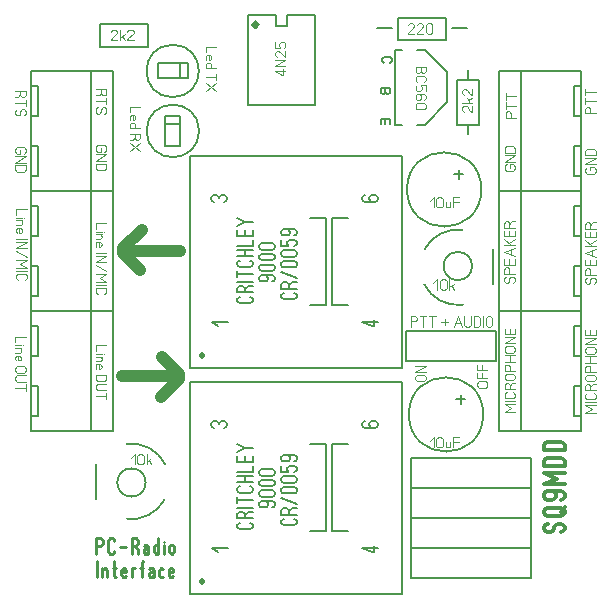
<source format=gbr>
%FSLAX34Y34*%
%MOMM*%
%LNCOPPER_BOTTOM*%
G71*
G01*
%ADD10C, 0.20*%
%ADD11C, 0.40*%
%ADD12C, 0.15*%
%ADD13C, 0.14*%
%ADD14C, 0.11*%
%ADD15C, 0.11*%
%ADD16C, 0.50*%
%ADD17C, 0.17*%
%ADD18C, 0.24*%
%ADD19C, 0.32*%
%ADD20C, 1.00*%
%LPD*%
G54D10*
X18036Y-163342D02*
X68836Y-163342D01*
X87886Y-163342D01*
X87886Y-61742D01*
X18036Y-61742D01*
X18036Y-74442D01*
X24386Y-74442D01*
X24386Y-99842D01*
X18036Y-99842D01*
X18036Y-125242D01*
X24386Y-125242D01*
X24386Y-150642D01*
X18036Y-150642D01*
X18036Y-163342D01*
X68836Y-163342D01*
X68836Y-61742D01*
X68836Y-163342D01*
X18036Y-163342D01*
X18036Y-61742D01*
G54D10*
X18036Y-264942D02*
X68836Y-264942D01*
X87886Y-264942D01*
X87886Y-163342D01*
X18036Y-163342D01*
X18036Y-176042D01*
X24386Y-176042D01*
X24386Y-201442D01*
X18036Y-201442D01*
X18036Y-226842D01*
X24386Y-226842D01*
X24386Y-252242D01*
X18036Y-252242D01*
X18036Y-264942D01*
X68836Y-264942D01*
X68836Y-163342D01*
X68836Y-264942D01*
X18036Y-264942D01*
X18036Y-163342D01*
G54D10*
X483988Y-61654D02*
X433188Y-61654D01*
X414138Y-61654D01*
X414138Y-163254D01*
X483988Y-163254D01*
X483987Y-150554D01*
X477638Y-150554D01*
X477638Y-125154D01*
X483987Y-125154D01*
X483988Y-99754D01*
X477638Y-99754D01*
X477638Y-74354D01*
X483988Y-74354D01*
X483988Y-61654D01*
X433188Y-61654D01*
X433188Y-163254D01*
X433188Y-61654D01*
X483988Y-61654D01*
X483988Y-163254D01*
G54D10*
X18036Y-366542D02*
X68836Y-366542D01*
X87886Y-366542D01*
X87886Y-264942D01*
X18036Y-264942D01*
X18036Y-277642D01*
X24386Y-277642D01*
X24386Y-303042D01*
X18036Y-303042D01*
X18036Y-328442D01*
X24386Y-328442D01*
X24386Y-353842D01*
X18036Y-353842D01*
X18036Y-366542D01*
X68836Y-366542D01*
X68836Y-264942D01*
X68836Y-366542D01*
X18036Y-366542D01*
X18036Y-264942D01*
G54D10*
X483988Y-163254D02*
X433188Y-163254D01*
X414138Y-163254D01*
X414138Y-264854D01*
X483988Y-264854D01*
X483987Y-252154D01*
X477638Y-252154D01*
X477638Y-226754D01*
X483988Y-226754D01*
X483988Y-201354D01*
X477638Y-201354D01*
X477638Y-175954D01*
X483988Y-175954D01*
X483988Y-163254D01*
X433188Y-163254D01*
X433188Y-264854D01*
X433188Y-163254D01*
X483988Y-163254D01*
X483988Y-264854D01*
G54D10*
X483988Y-264854D02*
X433188Y-264854D01*
X414137Y-264854D01*
X414138Y-366454D01*
X483988Y-366454D01*
X483988Y-353754D01*
X477637Y-353754D01*
X477638Y-328354D01*
X483988Y-328354D01*
X483988Y-302954D01*
X477638Y-302954D01*
X477638Y-277554D01*
X483988Y-277554D01*
X483988Y-264854D01*
X433188Y-264854D01*
X433188Y-366454D01*
X433188Y-264854D01*
X483988Y-264854D01*
X483988Y-366454D01*
G54D11*
G75*
G01X208267Y-24125D02*
G03X208267Y-24125I0J1600D01*
G01*
G54D12*
X258749Y-14450D02*
X234849Y-14450D01*
X234849Y-23950D01*
X225449Y-23950D01*
X225449Y-14450D01*
X201549Y-14449D01*
X201549Y-90650D01*
X258749Y-90650D01*
X258749Y-14450D01*
G54D12*
X150758Y-55142D02*
X150758Y-67942D01*
X125358Y-67942D01*
X125358Y-55142D01*
X150758Y-55142D01*
G54D12*
X144358Y-67942D02*
X144358Y-55142D01*
G54D10*
G75*
G01X138142Y-39408D02*
G03X138142Y-39408I0J-22200D01*
G01*
G54D12*
X131796Y-99763D02*
X144596Y-99762D01*
X144596Y-125162D01*
X131796Y-125162D01*
X131796Y-99763D01*
G54D12*
X144596Y-106162D02*
X131796Y-106162D01*
G54D10*
G75*
G01X116062Y-112379D02*
G03X116062Y-112379I22200J0D01*
G01*
G54D10*
X345225Y-107196D02*
X351575Y-107196D01*
X370625Y-88146D01*
X370625Y-62746D01*
X351575Y-43696D01*
X345225Y-43696D01*
G54D10*
X332525Y-43696D02*
X326175Y-43696D01*
X326175Y-107196D01*
X332525Y-107196D01*
G54D13*
X314325Y-76396D02*
X322325Y-76396D01*
X322325Y-79396D01*
X321825Y-80596D01*
X320825Y-81196D01*
X319825Y-81196D01*
X318825Y-80596D01*
X318325Y-79396D01*
X317825Y-80596D01*
X316825Y-81196D01*
X315825Y-81196D01*
X314825Y-80596D01*
X314325Y-79396D01*
X314325Y-76396D01*
G54D13*
X318325Y-76396D02*
X318325Y-79396D01*
G54D13*
X314325Y-106796D02*
X314325Y-102596D01*
X322325Y-102596D01*
X322325Y-106796D01*
G54D13*
X318325Y-102596D02*
X318325Y-106796D01*
G54D13*
X317025Y-54796D02*
X316025Y-54196D01*
X315525Y-52996D01*
X315525Y-51796D01*
X316025Y-50596D01*
X317025Y-49996D01*
X322025Y-49996D01*
X323025Y-50596D01*
X323525Y-51796D01*
X323525Y-52996D01*
X323025Y-54196D01*
X322025Y-54796D01*
G54D14*
X343752Y-57968D02*
X352641Y-57968D01*
X352641Y-61301D01*
X352085Y-62634D01*
X350974Y-63301D01*
X349863Y-63301D01*
X348752Y-62634D01*
X348196Y-61301D01*
X347641Y-62634D01*
X346530Y-63301D01*
X345419Y-63301D01*
X344308Y-62634D01*
X343752Y-61301D01*
X343752Y-57968D01*
G54D14*
X348196Y-57968D02*
X348196Y-61301D01*
G54D14*
X345419Y-71001D02*
X344308Y-70334D01*
X343752Y-69001D01*
X343752Y-67668D01*
X344308Y-66334D01*
X345419Y-65668D01*
X350974Y-65668D01*
X352085Y-66334D01*
X352641Y-67668D01*
X352641Y-69001D01*
X352085Y-70334D01*
X350974Y-71001D01*
G54D14*
X352641Y-78701D02*
X352641Y-73368D01*
X348752Y-73368D01*
X348752Y-74034D01*
X349308Y-75368D01*
X349308Y-76701D01*
X348752Y-78034D01*
X347641Y-78701D01*
X345419Y-78701D01*
X344308Y-78034D01*
X343752Y-76701D01*
X343752Y-75368D01*
X344308Y-74034D01*
X345419Y-73368D01*
G54D14*
X350974Y-86401D02*
X352085Y-85734D01*
X352641Y-84401D01*
X352641Y-83068D01*
X352085Y-81734D01*
X350974Y-81068D01*
X348196Y-81068D01*
X347641Y-81068D01*
X348752Y-83068D01*
X348752Y-84401D01*
X348196Y-85734D01*
X347085Y-86401D01*
X345419Y-86401D01*
X344308Y-85734D01*
X343752Y-84401D01*
X343752Y-83068D01*
X344308Y-81734D01*
X345419Y-81068D01*
X348196Y-81068D01*
G54D14*
X350974Y-94101D02*
X345419Y-94101D01*
X344308Y-93434D01*
X343752Y-92101D01*
X343752Y-90768D01*
X344308Y-89434D01*
X345419Y-88768D01*
X350974Y-88768D01*
X352085Y-89434D01*
X352641Y-90768D01*
X352641Y-92101D01*
X352085Y-93434D01*
X350974Y-94101D01*
G54D14*
X81976Y-293962D02*
X73088Y-293962D01*
X73088Y-298629D01*
G54D14*
X73088Y-301062D02*
X78087Y-301062D01*
G54D14*
X79754Y-301062D02*
X79754Y-301062D01*
G54D14*
X73088Y-303462D02*
X78088Y-303462D01*
G54D14*
X76976Y-303462D02*
X77754Y-304129D01*
X78087Y-305463D01*
X77754Y-306796D01*
X76976Y-307463D01*
X73087Y-307462D01*
G54D14*
X73643Y-313862D02*
X73088Y-312796D01*
X73088Y-311463D01*
X73643Y-310129D01*
X74754Y-309862D01*
X76643Y-309862D01*
X77754Y-310529D01*
X78088Y-311862D01*
X77754Y-313196D01*
X76976Y-313862D01*
X75865Y-313862D01*
X75865Y-309862D01*
G54D14*
X80310Y-324096D02*
X74754Y-324096D01*
X73643Y-323429D01*
X73088Y-322096D01*
X73088Y-320762D01*
X73643Y-319429D01*
X74754Y-318762D01*
X80310Y-318762D01*
X81421Y-319429D01*
X81976Y-320762D01*
X81976Y-322096D01*
X81421Y-323429D01*
X80310Y-324096D01*
G54D14*
X81976Y-326462D02*
X74754Y-326462D01*
X73643Y-327129D01*
X73087Y-328462D01*
X73088Y-329796D01*
X73643Y-331129D01*
X74754Y-331796D01*
X81976Y-331796D01*
G54D14*
X73088Y-336829D02*
X81976Y-336829D01*
G54D14*
X81976Y-334162D02*
X81976Y-339496D01*
G54D15*
X81976Y-190488D02*
X73087Y-190488D01*
X73087Y-195154D01*
G54D15*
X73087Y-197598D02*
X78087Y-197598D01*
G54D15*
X79754Y-197598D02*
X79754Y-197598D01*
G54D15*
X73087Y-200042D02*
X78087Y-200042D01*
G54D15*
X76976Y-200042D02*
X77754Y-200709D01*
X78087Y-202042D01*
X77754Y-203376D01*
X76976Y-204042D01*
X73087Y-204042D01*
G54D15*
X73643Y-210486D02*
X73087Y-209420D01*
X73087Y-208086D01*
X73643Y-206753D01*
X74754Y-206486D01*
X76643Y-206486D01*
X77754Y-207153D01*
X78087Y-208486D01*
X77754Y-209820D01*
X76976Y-210486D01*
X75865Y-210486D01*
X75865Y-206486D01*
G54D15*
X73087Y-215508D02*
X81976Y-215508D01*
G54D15*
X73087Y-217952D02*
X81976Y-217952D01*
X73087Y-223285D01*
X81976Y-223285D01*
G54D15*
X73087Y-225728D02*
X81976Y-231062D01*
G54D15*
X73087Y-233506D02*
X81976Y-233506D01*
X76421Y-236839D01*
X81976Y-240172D01*
X73087Y-240172D01*
G54D15*
X73087Y-242616D02*
X81976Y-242616D01*
G54D15*
X74754Y-250394D02*
X73643Y-249727D01*
X73087Y-248394D01*
X73087Y-247060D01*
X73643Y-245727D01*
X74754Y-245060D01*
X80310Y-245060D01*
X81421Y-245727D01*
X81976Y-247060D01*
X81976Y-248394D01*
X81421Y-249727D01*
X80310Y-250394D01*
G54D14*
X77532Y-79635D02*
X76421Y-81635D01*
X75310Y-82302D01*
X73088Y-82302D01*
G54D14*
X73087Y-76969D02*
X81976Y-76969D01*
X81976Y-80302D01*
X81421Y-81635D01*
X80310Y-82302D01*
X79199Y-82302D01*
X78088Y-81635D01*
X77532Y-80302D01*
X77532Y-76969D01*
G54D14*
X73088Y-87335D02*
X81976Y-87335D01*
G54D14*
X81976Y-84669D02*
X81976Y-90002D01*
G54D14*
X74754Y-92369D02*
X73643Y-93035D01*
X73087Y-94369D01*
X73088Y-95702D01*
X73643Y-97035D01*
X74754Y-97702D01*
X75865Y-97702D01*
X76976Y-97035D01*
X77532Y-95702D01*
X77532Y-94369D01*
X78087Y-93035D01*
X79199Y-92369D01*
X80310Y-92369D01*
X81421Y-93035D01*
X81976Y-94369D01*
X81976Y-95702D01*
X81421Y-97035D01*
X80310Y-97702D01*
G54D14*
X77532Y-127260D02*
X77532Y-129927D01*
X74754Y-129927D01*
X73643Y-129260D01*
X73087Y-127927D01*
X73087Y-126594D01*
X73643Y-125260D01*
X74754Y-124594D01*
X80310Y-124594D01*
X81421Y-125260D01*
X81976Y-126594D01*
X81976Y-127927D01*
X81421Y-129260D01*
X80310Y-129927D01*
G54D14*
X73088Y-132294D02*
X81976Y-132294D01*
X73087Y-137627D01*
X81976Y-137627D01*
G54D14*
X73088Y-139994D02*
X81976Y-139994D01*
X81976Y-143327D01*
X81421Y-144660D01*
X80310Y-145327D01*
X74754Y-145327D01*
X73643Y-144660D01*
X73088Y-143327D01*
X73088Y-139994D01*
G54D14*
X423607Y-143454D02*
X423607Y-140788D01*
X426385Y-140788D01*
X427496Y-141454D01*
X428051Y-142788D01*
X428051Y-144121D01*
X427496Y-145454D01*
X426385Y-146121D01*
X420829Y-146121D01*
X419718Y-145454D01*
X419162Y-144121D01*
X419162Y-142788D01*
X419718Y-141454D01*
X420829Y-140788D01*
G54D14*
X428051Y-138421D02*
X419162Y-138421D01*
X428051Y-133088D01*
X419162Y-133088D01*
G54D14*
X428051Y-130721D02*
X419162Y-130721D01*
X419162Y-127388D01*
X419718Y-126054D01*
X420829Y-125388D01*
X426385Y-125388D01*
X427496Y-126054D01*
X428051Y-127388D01*
X428051Y-130721D01*
G54D14*
X429016Y-101229D02*
X420127Y-101229D01*
X420127Y-97895D01*
X420683Y-96562D01*
X421794Y-95895D01*
X422905Y-95895D01*
X424016Y-96562D01*
X424572Y-97895D01*
X424572Y-101229D01*
G54D14*
X429016Y-90862D02*
X420127Y-90862D01*
G54D14*
X420127Y-93529D02*
X420127Y-88195D01*
G54D14*
X429016Y-83162D02*
X420127Y-83162D01*
G54D14*
X420127Y-85829D02*
X420127Y-80495D01*
G54D15*
X425954Y-241039D02*
X427065Y-240372D01*
X427620Y-239039D01*
X427620Y-237706D01*
X427065Y-236372D01*
X425954Y-235706D01*
X424843Y-235706D01*
X423731Y-236372D01*
X423176Y-237706D01*
X423176Y-239039D01*
X422620Y-240372D01*
X421509Y-241039D01*
X420398Y-241039D01*
X419287Y-240372D01*
X418731Y-239039D01*
X418731Y-237706D01*
X419287Y-236372D01*
X420398Y-235706D01*
G54D15*
X427620Y-233262D02*
X418731Y-233262D01*
X418731Y-229929D01*
X419287Y-228595D01*
X420398Y-227929D01*
X421509Y-227928D01*
X422620Y-228595D01*
X423176Y-229928D01*
X423176Y-233262D01*
G54D15*
X427620Y-220818D02*
X427620Y-225485D01*
X418731Y-225485D01*
X418731Y-220818D01*
G54D15*
X423176Y-225485D02*
X423176Y-220818D01*
G54D15*
X427620Y-218374D02*
X418731Y-215041D01*
X427620Y-211707D01*
G54D15*
X424287Y-217041D02*
X424287Y-213041D01*
G54D15*
X427620Y-209263D02*
X418731Y-209263D01*
G54D15*
X424843Y-209263D02*
X418731Y-203930D01*
G54D15*
X423176Y-207263D02*
X427620Y-203930D01*
G54D15*
X427620Y-196819D02*
X427620Y-201486D01*
X418731Y-201486D01*
X418731Y-196819D01*
G54D15*
X423176Y-201486D02*
X423176Y-196819D01*
G54D15*
X423176Y-191708D02*
X424287Y-189708D01*
X425398Y-189042D01*
X427620Y-189042D01*
G54D15*
X427620Y-194375D02*
X418731Y-194375D01*
X418731Y-191042D01*
X419287Y-189708D01*
X420398Y-189042D01*
X421509Y-189042D01*
X422620Y-189708D01*
X423176Y-191042D01*
X423176Y-194375D01*
G54D15*
X428036Y-350479D02*
X419147Y-350479D01*
X424702Y-347146D01*
X419147Y-343813D01*
X428036Y-343813D01*
G54D15*
X428036Y-341368D02*
X419147Y-341368D01*
G54D15*
X426369Y-333591D02*
X427480Y-334258D01*
X428036Y-335591D01*
X428036Y-336924D01*
X427480Y-338258D01*
X426369Y-338924D01*
X420814Y-338924D01*
X419702Y-338258D01*
X419147Y-336924D01*
X419147Y-335591D01*
X419702Y-334258D01*
X420814Y-333591D01*
G54D15*
X423591Y-328481D02*
X424702Y-326481D01*
X425814Y-325814D01*
X428036Y-325814D01*
G54D15*
X428036Y-331147D02*
X419147Y-331147D01*
X419147Y-327814D01*
X419702Y-326481D01*
X420814Y-325814D01*
X421925Y-325814D01*
X423036Y-326481D01*
X423591Y-327814D01*
X423591Y-331147D01*
G54D15*
X420814Y-318037D02*
X426369Y-318037D01*
X427480Y-318704D01*
X428036Y-320037D01*
X428036Y-321370D01*
X427480Y-322704D01*
X426369Y-323370D01*
X420814Y-323370D01*
X419702Y-322704D01*
X419147Y-321370D01*
X419147Y-320037D01*
X419702Y-318704D01*
X420814Y-318037D01*
G54D15*
X428036Y-315593D02*
X419147Y-315593D01*
X419147Y-312260D01*
X419702Y-310927D01*
X420814Y-310260D01*
X421925Y-310260D01*
X423036Y-310927D01*
X423591Y-312260D01*
X423591Y-315593D01*
G54D15*
X428036Y-307816D02*
X419147Y-307816D01*
G54D15*
X428036Y-302483D02*
X419147Y-302483D01*
G54D15*
X423591Y-307816D02*
X423591Y-302483D01*
G54D15*
X420814Y-294706D02*
X426369Y-294706D01*
X427480Y-295373D01*
X428036Y-296706D01*
X428036Y-298039D01*
X427480Y-299373D01*
X426369Y-300039D01*
X420814Y-300039D01*
X419702Y-299373D01*
X419147Y-298039D01*
X419147Y-296706D01*
X419702Y-295373D01*
X420814Y-294706D01*
G54D15*
X428036Y-292262D02*
X419147Y-292262D01*
X428036Y-286929D01*
X419147Y-286929D01*
G54D15*
X428036Y-279819D02*
X428036Y-284485D01*
X419147Y-284485D01*
X419147Y-279819D01*
G54D15*
X423591Y-284485D02*
X423591Y-279819D01*
G54D14*
X233675Y-61387D02*
X224786Y-61387D01*
X230342Y-65387D01*
X231453Y-65387D01*
X231453Y-60054D01*
G54D14*
X233675Y-57687D02*
X224786Y-57687D01*
X233675Y-52354D01*
X224786Y-52354D01*
G54D14*
X233675Y-44654D02*
X233675Y-49987D01*
X233120Y-49987D01*
X232009Y-49321D01*
X228675Y-45321D01*
X227564Y-44654D01*
X226453Y-44654D01*
X225342Y-45321D01*
X224786Y-46654D01*
X224786Y-47987D01*
X225342Y-49321D01*
X226453Y-49987D01*
G54D14*
X224786Y-36954D02*
X224786Y-42287D01*
X228675Y-42287D01*
X228675Y-41621D01*
X228120Y-40287D01*
X228120Y-38954D01*
X228675Y-37621D01*
X229786Y-36954D01*
X232009Y-36954D01*
X233120Y-37621D01*
X233675Y-38954D01*
X233675Y-40287D01*
X233120Y-41621D01*
X232009Y-42287D01*
G54D15*
X174845Y-41275D02*
X165956Y-41275D01*
X165956Y-45942D01*
G54D15*
X166512Y-52386D02*
X165956Y-51319D01*
X165956Y-49986D01*
X166512Y-48653D01*
X167623Y-48386D01*
X169512Y-48386D01*
X170623Y-49053D01*
X170956Y-50386D01*
X170623Y-51719D01*
X169845Y-52386D01*
X168734Y-52386D01*
X168734Y-48386D01*
G54D15*
X165956Y-58830D02*
X174845Y-58830D01*
G54D15*
X169512Y-58830D02*
X170623Y-58163D01*
X170956Y-56830D01*
X170623Y-55497D01*
X169512Y-54830D01*
X167290Y-54830D01*
X166178Y-55497D01*
X165956Y-56830D01*
X166178Y-58163D01*
X167290Y-58830D01*
G54D15*
X165956Y-66518D02*
X174845Y-66518D01*
G54D15*
X174845Y-63851D02*
X174845Y-69184D01*
G54D15*
X174845Y-71628D02*
X165956Y-78295D01*
G54D15*
X165956Y-71628D02*
X174845Y-78295D01*
G54D15*
X110551Y-92075D02*
X101663Y-92075D01*
X101663Y-96742D01*
G54D15*
X102218Y-103186D02*
X101663Y-102119D01*
X101663Y-100786D01*
X102218Y-99453D01*
X103329Y-99186D01*
X105218Y-99186D01*
X106329Y-99853D01*
X106663Y-101186D01*
X106329Y-102519D01*
X105551Y-103186D01*
X104440Y-103186D01*
X104440Y-99186D01*
G54D15*
X101663Y-109630D02*
X110551Y-109630D01*
G54D15*
X105218Y-109630D02*
X106329Y-108963D01*
X106663Y-107630D01*
X106329Y-106297D01*
X105218Y-105630D01*
X102996Y-105630D01*
X101885Y-106297D01*
X101663Y-107630D01*
X101885Y-108963D01*
X102996Y-109630D01*
G54D15*
X106107Y-117318D02*
X104996Y-119318D01*
X103885Y-119984D01*
X101663Y-119984D01*
G54D15*
X101663Y-114651D02*
X110551Y-114651D01*
X110551Y-117984D01*
X109996Y-119318D01*
X108885Y-119984D01*
X107774Y-119984D01*
X106663Y-119318D01*
X106107Y-117984D01*
X106107Y-114651D01*
G54D15*
X110551Y-122428D02*
X101663Y-129095D01*
G54D15*
X101663Y-122428D02*
X110551Y-129095D01*
G54D10*
X409515Y-242071D02*
X409515Y-212671D01*
G54D10*
G75*
G01X351103Y-242299D02*
G03X384068Y-259460I28512J14528D01*
G01*
G54D10*
G75*
G01X383515Y-196010D02*
G03X351627Y-212257I-3900J-31761D01*
G01*
G54D10*
G75*
G01X379615Y-214771D02*
G03X379615Y-214771I0J-12000D01*
G01*
G54D10*
X73369Y-394750D02*
X73369Y-424150D01*
G54D10*
G75*
G01X131781Y-394523D02*
G03X98815Y-377362I-28512J-14527D01*
G01*
G54D10*
G75*
G01X99369Y-440812D02*
G03X131257Y-424564I3900J31762D01*
G01*
G54D10*
G75*
G01X103269Y-422050D02*
G03X103269Y-422050I0J12000D01*
G01*
G54D10*
X152666Y-313402D02*
X332666Y-313402D01*
X332666Y-133402D01*
X152666Y-133402D01*
X152666Y-313402D01*
G54D16*
X162998Y-302590D02*
X162998Y-301796D01*
G54D17*
X203285Y-252813D02*
X204952Y-253479D01*
X205785Y-254813D01*
X205785Y-256146D01*
X204952Y-257479D01*
X203285Y-258146D01*
X194952Y-258146D01*
X193285Y-257479D01*
X192452Y-256146D01*
X192452Y-254813D01*
X193285Y-253479D01*
X194952Y-252813D01*
G54D17*
X199119Y-246479D02*
X200785Y-244479D01*
X202452Y-243813D01*
X205785Y-243813D01*
G54D17*
X205785Y-249146D02*
X192452Y-249146D01*
X192452Y-245813D01*
X193285Y-244479D01*
X194952Y-243813D01*
X196619Y-243813D01*
X198285Y-244479D01*
X199119Y-245813D01*
X199118Y-249146D01*
G54D17*
X205785Y-240146D02*
X192452Y-240146D01*
G54D17*
X205785Y-233779D02*
X192452Y-233779D01*
G54D17*
X192452Y-236446D02*
X192452Y-231113D01*
G54D17*
X203285Y-222113D02*
X204952Y-222779D01*
X205785Y-224113D01*
X205785Y-225446D01*
X204952Y-226779D01*
X203285Y-227446D01*
X194952Y-227446D01*
X193285Y-226779D01*
X192452Y-225446D01*
X192452Y-224113D01*
X193285Y-222779D01*
X194952Y-222113D01*
G54D17*
X205785Y-218446D02*
X192452Y-218446D01*
G54D17*
X205785Y-213113D02*
X192452Y-213113D01*
G54D17*
X199118Y-218446D02*
X199119Y-213113D01*
G54D17*
X192452Y-209446D02*
X205785Y-209446D01*
X205785Y-204779D01*
G54D17*
X205785Y-196379D02*
X205785Y-201046D01*
X192452Y-201046D01*
X192452Y-196379D01*
G54D17*
X199118Y-201046D02*
X199119Y-196379D01*
G54D17*
X192452Y-192646D02*
X199119Y-189313D01*
X205785Y-189313D01*
G54D17*
X199119Y-189313D02*
X192452Y-185979D01*
G54D17*
X222335Y-239834D02*
X224002Y-239167D01*
X224835Y-237834D01*
X224835Y-236500D01*
X224002Y-235167D01*
X222335Y-234500D01*
X218168Y-234500D01*
X217335Y-234500D01*
X219002Y-236500D01*
X219002Y-237834D01*
X218168Y-239167D01*
X216502Y-239834D01*
X214002Y-239834D01*
X212335Y-239167D01*
X211502Y-237834D01*
X211502Y-236500D01*
X212335Y-235167D01*
X214002Y-234500D01*
X218168Y-234500D01*
G54D17*
X214002Y-225500D02*
X222335Y-225500D01*
X224002Y-226167D01*
X224835Y-227500D01*
X224835Y-228834D01*
X224002Y-230167D01*
X222335Y-230834D01*
X214002Y-230834D01*
X212335Y-230167D01*
X211502Y-228834D01*
X211502Y-227500D01*
X212335Y-226167D01*
X214002Y-225500D01*
G54D17*
X214002Y-216500D02*
X222335Y-216500D01*
X224002Y-217167D01*
X224835Y-218500D01*
X224835Y-219834D01*
X224002Y-221167D01*
X222335Y-221834D01*
X214002Y-221834D01*
X212335Y-221167D01*
X211502Y-219834D01*
X211502Y-218500D01*
X212335Y-217167D01*
X214002Y-216500D01*
G54D17*
X214002Y-207500D02*
X222335Y-207500D01*
X224002Y-208167D01*
X224835Y-209500D01*
X224835Y-210834D01*
X224002Y-212167D01*
X222335Y-212834D01*
X214002Y-212834D01*
X212335Y-212167D01*
X211502Y-210834D01*
X211502Y-209500D01*
X212335Y-208167D01*
X214002Y-207500D01*
G54D17*
X240591Y-249588D02*
X242258Y-250254D01*
X243091Y-251588D01*
X243091Y-252921D01*
X242258Y-254254D01*
X240591Y-254921D01*
X232258Y-254921D01*
X230591Y-254254D01*
X229758Y-252921D01*
X229758Y-251588D01*
X230591Y-250254D01*
X232258Y-249588D01*
G54D17*
X236425Y-243254D02*
X238091Y-241254D01*
X239758Y-240588D01*
X243091Y-240588D01*
G54D17*
X243091Y-245921D02*
X229758Y-245921D01*
X229758Y-242588D01*
X230591Y-241254D01*
X232258Y-240588D01*
X233925Y-240588D01*
X235591Y-241254D01*
X236425Y-242588D01*
X236425Y-245921D01*
G54D17*
X243091Y-236921D02*
X229758Y-231588D01*
G54D17*
X232258Y-222588D02*
X240591Y-222588D01*
X242258Y-223254D01*
X243091Y-224588D01*
X243091Y-225921D01*
X242258Y-227254D01*
X240591Y-227921D01*
X232258Y-227921D01*
X230591Y-227254D01*
X229758Y-225921D01*
X229758Y-224588D01*
X230591Y-223254D01*
X232258Y-222588D01*
G54D17*
X232258Y-213588D02*
X240591Y-213588D01*
X242258Y-214254D01*
X243091Y-215588D01*
X243091Y-216921D01*
X242258Y-218254D01*
X240591Y-218921D01*
X232258Y-218921D01*
X230591Y-218254D01*
X229758Y-216921D01*
X229758Y-215588D01*
X230591Y-214254D01*
X232258Y-213588D01*
G54D17*
X229758Y-204588D02*
X229758Y-209921D01*
X235591Y-209921D01*
X235591Y-209254D01*
X234758Y-207921D01*
X234758Y-206588D01*
X235591Y-205254D01*
X237258Y-204588D01*
X240591Y-204588D01*
X242258Y-205254D01*
X243091Y-206588D01*
X243091Y-207921D01*
X242258Y-209254D01*
X240591Y-209921D01*
G54D17*
X240591Y-200921D02*
X242258Y-200254D01*
X243091Y-198921D01*
X243091Y-197588D01*
X242258Y-196254D01*
X240591Y-195588D01*
X236425Y-195588D01*
X235591Y-195588D01*
X237258Y-197588D01*
X237258Y-198921D01*
X236425Y-200254D01*
X234758Y-200921D01*
X232258Y-200921D01*
X230591Y-200254D01*
X229758Y-198921D01*
X229758Y-197588D01*
X230591Y-196254D01*
X232258Y-195588D01*
X236425Y-195588D01*
G54D17*
X176814Y-277721D02*
X171814Y-274388D01*
X185148Y-274388D01*
G54D17*
X312148Y-273927D02*
X298814Y-273927D01*
X307148Y-277927D01*
X308814Y-277927D01*
X308814Y-272594D01*
G54D17*
X173521Y-172359D02*
X171854Y-171692D01*
X171021Y-170359D01*
X171021Y-169025D01*
X171854Y-167692D01*
X173521Y-167025D01*
X175187Y-167025D01*
X176854Y-167692D01*
X177687Y-169025D01*
X178521Y-167692D01*
X180187Y-167025D01*
X181854Y-167025D01*
X183521Y-167692D01*
X184354Y-169025D01*
X184354Y-170359D01*
X183521Y-171692D01*
X181854Y-172359D01*
G54D17*
X301314Y-167025D02*
X299648Y-167692D01*
X298814Y-169025D01*
X298814Y-170359D01*
X299648Y-171692D01*
X301314Y-172359D01*
X305481Y-172359D01*
X306314Y-172359D01*
X304648Y-170359D01*
X304648Y-169025D01*
X305481Y-167692D01*
X307148Y-167025D01*
X309648Y-167025D01*
X311314Y-167692D01*
X312148Y-169025D01*
X312148Y-170359D01*
X311314Y-171692D01*
X309648Y-172359D01*
X305481Y-172359D01*
G54D10*
X254279Y-259727D02*
X267773Y-259727D01*
X267773Y-186702D01*
X267773Y-185909D01*
X254279Y-185909D01*
G54D10*
X286754Y-259727D02*
X273260Y-259727D01*
X273260Y-186702D01*
X273260Y-185909D01*
X286754Y-185909D01*
G54D10*
X152666Y-504696D02*
X332666Y-504696D01*
X332666Y-324696D01*
X152666Y-324696D01*
X152666Y-504696D01*
G54D16*
X162998Y-493884D02*
X162998Y-493090D01*
G54D17*
X203285Y-444106D02*
X204952Y-444773D01*
X205785Y-446106D01*
X205785Y-447440D01*
X204952Y-448773D01*
X203285Y-449440D01*
X194952Y-449440D01*
X193285Y-448773D01*
X192452Y-447440D01*
X192452Y-446106D01*
X193285Y-444773D01*
X194952Y-444106D01*
G54D17*
X199119Y-437773D02*
X200785Y-435773D01*
X202452Y-435106D01*
X205785Y-435106D01*
G54D17*
X205785Y-440440D02*
X192452Y-440440D01*
X192452Y-437106D01*
X193285Y-435773D01*
X194952Y-435106D01*
X196618Y-435106D01*
X198285Y-435773D01*
X199119Y-437106D01*
X199118Y-440440D01*
G54D17*
X205785Y-431440D02*
X192452Y-431440D01*
G54D17*
X205785Y-425073D02*
X192452Y-425073D01*
G54D17*
X192452Y-427740D02*
X192452Y-422406D01*
G54D17*
X203285Y-413406D02*
X204952Y-414073D01*
X205785Y-415406D01*
X205785Y-416740D01*
X204952Y-418073D01*
X203285Y-418740D01*
X194952Y-418740D01*
X193285Y-418073D01*
X192452Y-416740D01*
X192452Y-415406D01*
X193285Y-414073D01*
X194952Y-413406D01*
G54D17*
X205785Y-409740D02*
X192452Y-409740D01*
G54D17*
X205785Y-404406D02*
X192452Y-404406D01*
G54D17*
X199118Y-409740D02*
X199118Y-404406D01*
G54D17*
X192452Y-400740D02*
X205785Y-400740D01*
X205785Y-396073D01*
G54D17*
X205785Y-387673D02*
X205785Y-392340D01*
X192452Y-392340D01*
X192452Y-387673D01*
G54D17*
X199119Y-392340D02*
X199119Y-387673D01*
G54D17*
X192452Y-383940D02*
X199119Y-380606D01*
X205785Y-380606D01*
G54D17*
X199119Y-380606D02*
X192452Y-377273D01*
G54D17*
X222335Y-431127D02*
X224002Y-430461D01*
X224835Y-429127D01*
X224835Y-427794D01*
X224002Y-426461D01*
X222335Y-425794D01*
X218168Y-425794D01*
X217335Y-425794D01*
X219002Y-427794D01*
X219002Y-429127D01*
X218168Y-430461D01*
X216502Y-431127D01*
X214002Y-431127D01*
X212335Y-430461D01*
X211502Y-429127D01*
X211502Y-427794D01*
X212335Y-426461D01*
X214002Y-425794D01*
X218168Y-425794D01*
G54D17*
X214002Y-416794D02*
X222335Y-416794D01*
X224002Y-417461D01*
X224835Y-418794D01*
X224835Y-420127D01*
X224002Y-421461D01*
X222335Y-422127D01*
X214002Y-422127D01*
X212335Y-421461D01*
X211502Y-420127D01*
X211502Y-418794D01*
X212335Y-417461D01*
X214002Y-416794D01*
G54D17*
X214002Y-407794D02*
X222335Y-407794D01*
X224002Y-408461D01*
X224835Y-409794D01*
X224835Y-411127D01*
X224002Y-412461D01*
X222335Y-413127D01*
X214002Y-413127D01*
X212335Y-412461D01*
X211502Y-411127D01*
X211502Y-409794D01*
X212335Y-408461D01*
X214002Y-407794D01*
G54D17*
X214002Y-398794D02*
X222335Y-398794D01*
X224002Y-399461D01*
X224835Y-400794D01*
X224835Y-402127D01*
X224002Y-403461D01*
X222335Y-404127D01*
X214002Y-404127D01*
X212335Y-403461D01*
X211502Y-402127D01*
X211502Y-400794D01*
X212335Y-399461D01*
X214002Y-398794D01*
G54D17*
X240591Y-440882D02*
X242258Y-441548D01*
X243091Y-442882D01*
X243091Y-444215D01*
X242258Y-445548D01*
X240591Y-446215D01*
X232258Y-446215D01*
X230591Y-445548D01*
X229758Y-444215D01*
X229758Y-442882D01*
X230591Y-441548D01*
X232258Y-440882D01*
G54D17*
X236425Y-434548D02*
X238091Y-432548D01*
X239758Y-431882D01*
X243091Y-431882D01*
G54D17*
X243091Y-437215D02*
X229758Y-437215D01*
X229758Y-433882D01*
X230591Y-432548D01*
X232258Y-431882D01*
X233925Y-431882D01*
X235591Y-432548D01*
X236425Y-433882D01*
X236425Y-437215D01*
G54D17*
X243091Y-428215D02*
X229758Y-422881D01*
G54D17*
X232258Y-413882D02*
X240591Y-413882D01*
X242258Y-414548D01*
X243091Y-415882D01*
X243091Y-417215D01*
X242258Y-418548D01*
X240591Y-419215D01*
X232258Y-419215D01*
X230591Y-418548D01*
X229758Y-417215D01*
X229758Y-415882D01*
X230591Y-414548D01*
X232258Y-413882D01*
G54D17*
X232258Y-404882D02*
X240591Y-404882D01*
X242258Y-405548D01*
X243091Y-406881D01*
X243091Y-408215D01*
X242258Y-409548D01*
X240591Y-410215D01*
X232258Y-410215D01*
X230591Y-409548D01*
X229758Y-408215D01*
X229758Y-406881D01*
X230591Y-405548D01*
X232258Y-404882D01*
G54D17*
X229758Y-395881D02*
X229758Y-401215D01*
X235591Y-401215D01*
X235591Y-400548D01*
X234758Y-399215D01*
X234758Y-397882D01*
X235591Y-396548D01*
X237258Y-395881D01*
X240591Y-395881D01*
X242258Y-396548D01*
X243091Y-397882D01*
X243091Y-399215D01*
X242258Y-400548D01*
X240591Y-401215D01*
G54D17*
X240591Y-392215D02*
X242258Y-391548D01*
X243091Y-390215D01*
X243091Y-388882D01*
X242258Y-387548D01*
X240591Y-386882D01*
X236425Y-386882D01*
X235591Y-386882D01*
X237258Y-388882D01*
X237258Y-390215D01*
X236425Y-391548D01*
X234758Y-392215D01*
X232258Y-392215D01*
X230591Y-391548D01*
X229758Y-390215D01*
X229758Y-388882D01*
X230591Y-387548D01*
X232258Y-386882D01*
X236425Y-386882D01*
G54D17*
X176814Y-469015D02*
X171814Y-465681D01*
X185148Y-465681D01*
G54D17*
X312148Y-465221D02*
X298814Y-465221D01*
X307148Y-469221D01*
X308814Y-469221D01*
X308814Y-463888D01*
G54D17*
X173521Y-363652D02*
X171854Y-362986D01*
X171021Y-361652D01*
X171021Y-360319D01*
X171854Y-358986D01*
X173521Y-358319D01*
X175187Y-358319D01*
X176854Y-358986D01*
X177687Y-360319D01*
X178521Y-358986D01*
X180187Y-358319D01*
X181854Y-358319D01*
X183521Y-358986D01*
X184354Y-360319D01*
X184354Y-361652D01*
X183521Y-362986D01*
X181854Y-363652D01*
G54D17*
X301314Y-358319D02*
X299648Y-358986D01*
X298814Y-360319D01*
X298814Y-361652D01*
X299648Y-362986D01*
X301314Y-363652D01*
X305481Y-363652D01*
X306314Y-363652D01*
X304648Y-361652D01*
X304648Y-360319D01*
X305481Y-358986D01*
X307148Y-358319D01*
X309648Y-358319D01*
X311314Y-358986D01*
X312148Y-360319D01*
X312148Y-361652D01*
X311314Y-362986D01*
X309648Y-363652D01*
X305481Y-363652D01*
G54D10*
X254279Y-451021D02*
X267773Y-451021D01*
X267773Y-377996D01*
X267773Y-377202D01*
X254279Y-377202D01*
G54D10*
X286754Y-451021D02*
X273260Y-451021D01*
X273260Y-377996D01*
X273260Y-377202D01*
X286754Y-377202D01*
G54D12*
X369437Y-16381D02*
X369437Y-35781D01*
X328837Y-35781D01*
X328837Y-16381D01*
X369437Y-16381D01*
G54D14*
X342600Y-29910D02*
X337266Y-29910D01*
X337266Y-29355D01*
X337933Y-28244D01*
X341933Y-24910D01*
X342600Y-23799D01*
X342600Y-22688D01*
X341933Y-21577D01*
X340600Y-21021D01*
X339266Y-21021D01*
X337933Y-21577D01*
X337266Y-22688D01*
G54D14*
X350300Y-29910D02*
X344966Y-29910D01*
X344966Y-29355D01*
X345633Y-28244D01*
X349633Y-24910D01*
X350300Y-23799D01*
X350300Y-22688D01*
X349633Y-21577D01*
X348300Y-21021D01*
X346966Y-21021D01*
X345633Y-21577D01*
X344966Y-22688D01*
G54D14*
X358000Y-22688D02*
X358000Y-28244D01*
X357333Y-29355D01*
X356000Y-29910D01*
X354666Y-29910D01*
X353333Y-29355D01*
X352666Y-28244D01*
X352666Y-22688D01*
X353333Y-21577D01*
X354666Y-21021D01*
X356000Y-21021D01*
X357333Y-21577D01*
X358000Y-22688D01*
G54D12*
X323425Y-25469D02*
X310725Y-25469D01*
G54D12*
X374225Y-25469D02*
X386925Y-25469D01*
G54D12*
X117162Y-22087D02*
X117162Y-41487D01*
X76562Y-41487D01*
X76562Y-22087D01*
X117162Y-22087D01*
G54D14*
X91025Y-35616D02*
X85691Y-35616D01*
X85691Y-35061D01*
X86358Y-33950D01*
X90358Y-30616D01*
X91025Y-29505D01*
X91025Y-28394D01*
X90358Y-27283D01*
X89025Y-26728D01*
X87691Y-26728D01*
X86358Y-27283D01*
X85691Y-28394D01*
G54D14*
X93391Y-35616D02*
X93391Y-26728D01*
G54D14*
X95391Y-32283D02*
X97391Y-35616D01*
G54D14*
X93391Y-33394D02*
X97391Y-30616D01*
G54D14*
X105125Y-35616D02*
X99791Y-35616D01*
X99791Y-35061D01*
X100458Y-33950D01*
X104458Y-30616D01*
X105125Y-29505D01*
X105125Y-28394D01*
X104458Y-27283D01*
X103125Y-26728D01*
X101791Y-26728D01*
X100458Y-27283D01*
X99791Y-28394D01*
G54D18*
X73460Y-470182D02*
X73460Y-456848D01*
X76794Y-456848D01*
X78127Y-457682D01*
X78794Y-459348D01*
X78794Y-461015D01*
X78127Y-462682D01*
X76794Y-463515D01*
X73460Y-463515D01*
G54D18*
X88794Y-467682D02*
X88127Y-469348D01*
X86794Y-470182D01*
X85460Y-470182D01*
X84127Y-469348D01*
X83460Y-467682D01*
X83460Y-459348D01*
X84127Y-457682D01*
X85460Y-456848D01*
X86794Y-456848D01*
X88127Y-457682D01*
X88794Y-459348D01*
G54D18*
X93460Y-464348D02*
X98794Y-464348D01*
G54D18*
X106127Y-463515D02*
X108127Y-465182D01*
X108794Y-466848D01*
X108794Y-470182D01*
G54D18*
X103460Y-470182D02*
X103460Y-456848D01*
X106794Y-456848D01*
X108127Y-457682D01*
X108794Y-459348D01*
X108794Y-461015D01*
X108127Y-462682D01*
X106794Y-463515D01*
X103460Y-463515D01*
G54D18*
X113460Y-463515D02*
X114794Y-462682D01*
X116394Y-462682D01*
X117460Y-464348D01*
X117460Y-470182D01*
G54D18*
X117460Y-467682D02*
X116794Y-466015D01*
X115460Y-465682D01*
X114127Y-466015D01*
X113460Y-467682D01*
X113727Y-469348D01*
X114794Y-470182D01*
X115460Y-470182D01*
X115727Y-470182D01*
X116794Y-469348D01*
X117460Y-467682D01*
G54D18*
X126127Y-470182D02*
X126127Y-456848D01*
G54D18*
X126127Y-464848D02*
X125461Y-463182D01*
X124127Y-462682D01*
X122794Y-463182D01*
X122127Y-464848D01*
X122127Y-468182D01*
X122794Y-469848D01*
X124127Y-470182D01*
X125461Y-469848D01*
X126127Y-468182D01*
G54D18*
X130794Y-470182D02*
X130794Y-462682D01*
G54D18*
X130794Y-460182D02*
X130794Y-460182D01*
G54D18*
X139461Y-468182D02*
X139461Y-464848D01*
X138795Y-463182D01*
X137461Y-462682D01*
X136128Y-463182D01*
X135461Y-464848D01*
X135461Y-468182D01*
X136128Y-469848D01*
X137461Y-470182D01*
X138795Y-469848D01*
X139461Y-468182D01*
G54D18*
X74004Y-490026D02*
X74004Y-476692D01*
G54D18*
X78671Y-490026D02*
X78671Y-482526D01*
G54D18*
X78671Y-484192D02*
X79338Y-483026D01*
X80671Y-482526D01*
X82004Y-483026D01*
X82671Y-484192D01*
X82671Y-490026D01*
G54D18*
X88671Y-476692D02*
X88671Y-489192D01*
X89338Y-490026D01*
X90005Y-489692D01*
G54D18*
X87338Y-482526D02*
X90005Y-482526D01*
G54D18*
X98672Y-489192D02*
X97605Y-490026D01*
X96272Y-490026D01*
X94939Y-489192D01*
X94672Y-487526D01*
X94672Y-484692D01*
X95339Y-483026D01*
X96672Y-482526D01*
X98005Y-483026D01*
X98672Y-484192D01*
X98672Y-485859D01*
X94672Y-485859D01*
G54D18*
X103339Y-490026D02*
X103339Y-482526D01*
G54D18*
X103339Y-484192D02*
X104672Y-482526D01*
X106006Y-482526D01*
G54D18*
X112006Y-490026D02*
X112006Y-477526D01*
X112673Y-476692D01*
X113340Y-477192D01*
G54D18*
X110673Y-482526D02*
X113340Y-482526D01*
G54D18*
X118007Y-483359D02*
X119340Y-482526D01*
X120940Y-482526D01*
X122007Y-484192D01*
X122007Y-490026D01*
G54D18*
X122007Y-487526D02*
X121340Y-485859D01*
X120007Y-485526D01*
X118674Y-485859D01*
X118007Y-487526D01*
X118274Y-489192D01*
X119340Y-490026D01*
X120007Y-490026D01*
X120274Y-490026D01*
X121340Y-489192D01*
X122007Y-487526D01*
G54D18*
X130007Y-483026D02*
X128674Y-482526D01*
X127341Y-483026D01*
X126674Y-484692D01*
X126674Y-488026D01*
X127341Y-489692D01*
X128674Y-490026D01*
X130007Y-489692D01*
G54D18*
X138674Y-489192D02*
X137607Y-490026D01*
X136274Y-490026D01*
X134941Y-489192D01*
X134674Y-487526D01*
X134674Y-484692D01*
X135341Y-483026D01*
X136674Y-482526D01*
X138007Y-483026D01*
X138674Y-484192D01*
X138674Y-485859D01*
X134674Y-485859D01*
G54D19*
X466770Y-452145D02*
X468992Y-451256D01*
X470103Y-449479D01*
X470103Y-447701D01*
X468992Y-445923D01*
X466770Y-445034D01*
X464548Y-445034D01*
X462326Y-445923D01*
X461215Y-447701D01*
X461215Y-449479D01*
X460103Y-451256D01*
X457881Y-452145D01*
X455659Y-452145D01*
X453437Y-451256D01*
X452326Y-449479D01*
X452326Y-447701D01*
X453437Y-445923D01*
X455659Y-445034D01*
G54D19*
X466770Y-435257D02*
X470103Y-430812D01*
G54D19*
X455659Y-431701D02*
X466770Y-431701D01*
X468992Y-432590D01*
X470103Y-434368D01*
X470103Y-436146D01*
X468992Y-437924D01*
X466770Y-438812D01*
X455659Y-438812D01*
X453437Y-437924D01*
X452326Y-436146D01*
X452326Y-434368D01*
X453437Y-432590D01*
X455659Y-431701D01*
G54D19*
X466770Y-424590D02*
X468992Y-423702D01*
X470103Y-421924D01*
X470103Y-420146D01*
X468992Y-418368D01*
X466770Y-417479D01*
X461215Y-417479D01*
X460103Y-417479D01*
X462326Y-420146D01*
X462326Y-421924D01*
X461215Y-423702D01*
X458992Y-424590D01*
X455659Y-424590D01*
X453437Y-423702D01*
X452326Y-421924D01*
X452326Y-420146D01*
X453437Y-418368D01*
X455659Y-417479D01*
X461215Y-417479D01*
G54D19*
X470103Y-411257D02*
X452326Y-411257D01*
X463437Y-406813D01*
X452326Y-402368D01*
X470103Y-402368D01*
G54D19*
X470103Y-396146D02*
X452326Y-396146D01*
X452326Y-391702D01*
X453437Y-389924D01*
X455659Y-389035D01*
X466770Y-389035D01*
X468992Y-389924D01*
X470103Y-391702D01*
X470103Y-396146D01*
G54D19*
X470103Y-382813D02*
X452326Y-382813D01*
X452326Y-378369D01*
X453437Y-376591D01*
X455659Y-375702D01*
X466770Y-375702D01*
X468992Y-376591D01*
X470103Y-378369D01*
X470103Y-382813D01*
G54D12*
X378644Y-69106D02*
X397644Y-69106D01*
X397644Y-107106D01*
X378644Y-107106D01*
X378644Y-69106D01*
G54D12*
X388144Y-69006D02*
X388144Y-61106D01*
G54D12*
X388144Y-107106D02*
X388144Y-115006D01*
G54D12*
X411956Y-281782D02*
X411956Y-307182D01*
X335756Y-307182D01*
X335756Y-281782D01*
X411956Y-281782D01*
G54D12*
X384209Y-149226D02*
X376609Y-149226D01*
G54D12*
X380409Y-153026D02*
X380409Y-145426D01*
G54D12*
G75*
G01X399454Y-161926D02*
G03X399454Y-161926I-31450J0D01*
G01*
G54D15*
X355707Y-171647D02*
X359040Y-168314D01*
X359040Y-177203D01*
G54D15*
X366817Y-169981D02*
X366817Y-175536D01*
X366151Y-176647D01*
X364817Y-177203D01*
X363484Y-177203D01*
X362151Y-176647D01*
X361484Y-175536D01*
X361484Y-169981D01*
X362151Y-168870D01*
X363484Y-168314D01*
X364817Y-168314D01*
X366151Y-168870D01*
X366817Y-169981D01*
G54D15*
X373261Y-172203D02*
X373261Y-177203D01*
G54D15*
X373261Y-176092D02*
X372594Y-176981D01*
X371261Y-177203D01*
X369928Y-176981D01*
X369261Y-176092D01*
X369261Y-172203D01*
G54D15*
X375705Y-177203D02*
X375705Y-168314D01*
X380372Y-168314D01*
G54D15*
X375705Y-172758D02*
X380372Y-172758D01*
G54D20*
X144462Y-214312D02*
X104775Y-214312D01*
G54D20*
X111919Y-196056D02*
X96044Y-211931D01*
X96044Y-215900D01*
X110331Y-230188D01*
G54D20*
X95314Y-319619D02*
X135002Y-319619D01*
G54D20*
X127858Y-337876D02*
X143733Y-322001D01*
X143733Y-318032D01*
X129445Y-303744D01*
G54D15*
X494653Y-241833D02*
X495764Y-241166D01*
X496320Y-239833D01*
X496320Y-238499D01*
X495764Y-237166D01*
X494653Y-236499D01*
X493542Y-236499D01*
X492431Y-237166D01*
X491875Y-238499D01*
X491875Y-239833D01*
X491320Y-241166D01*
X490208Y-241833D01*
X489097Y-241833D01*
X487986Y-241166D01*
X487431Y-239833D01*
X487431Y-238499D01*
X487986Y-237166D01*
X489097Y-236499D01*
G54D15*
X496320Y-234056D02*
X487431Y-234056D01*
X487431Y-230722D01*
X487986Y-229389D01*
X489097Y-228722D01*
X490208Y-228722D01*
X491320Y-229389D01*
X491875Y-230722D01*
X491875Y-234056D01*
G54D15*
X496320Y-221612D02*
X496320Y-226279D01*
X487431Y-226279D01*
X487431Y-221612D01*
G54D15*
X491875Y-226279D02*
X491875Y-221612D01*
G54D15*
X496320Y-219168D02*
X487431Y-215834D01*
X496320Y-212501D01*
G54D15*
X492986Y-217834D02*
X492986Y-213834D01*
G54D15*
X496320Y-210057D02*
X487431Y-210057D01*
G54D15*
X493542Y-210057D02*
X487431Y-204723D01*
G54D15*
X491875Y-208057D02*
X496320Y-204723D01*
G54D15*
X496320Y-197613D02*
X496320Y-202280D01*
X487431Y-202280D01*
X487431Y-197613D01*
G54D15*
X491875Y-202280D02*
X491875Y-197613D01*
G54D15*
X491875Y-192502D02*
X492986Y-190502D01*
X494097Y-189835D01*
X496320Y-189835D01*
G54D15*
X496320Y-195169D02*
X487431Y-195169D01*
X487431Y-191835D01*
X487986Y-190502D01*
X489097Y-189835D01*
X490208Y-189835D01*
X491320Y-190502D01*
X491875Y-191835D01*
X491875Y-195169D01*
G54D15*
X496320Y-351273D02*
X487431Y-351273D01*
X492987Y-347940D01*
X487431Y-344606D01*
X496320Y-344606D01*
G54D15*
X496320Y-342162D02*
X487431Y-342162D01*
G54D15*
X494653Y-334385D02*
X495764Y-335052D01*
X496320Y-336385D01*
X496320Y-337718D01*
X495764Y-339051D01*
X494653Y-339718D01*
X489098Y-339718D01*
X487987Y-339051D01*
X487431Y-337718D01*
X487431Y-336385D01*
X487987Y-335052D01*
X489098Y-334385D01*
G54D15*
X491876Y-329274D02*
X492987Y-327274D01*
X494098Y-326608D01*
X496320Y-326608D01*
G54D15*
X496320Y-331941D02*
X487431Y-331941D01*
X487431Y-328608D01*
X487987Y-327274D01*
X489098Y-326608D01*
X490209Y-326608D01*
X491320Y-327274D01*
X491876Y-328608D01*
X491876Y-331941D01*
G54D15*
X489098Y-318831D02*
X494653Y-318831D01*
X495764Y-319498D01*
X496320Y-320831D01*
X496320Y-322164D01*
X495764Y-323497D01*
X494653Y-324164D01*
X489098Y-324164D01*
X487987Y-323497D01*
X487431Y-322164D01*
X487431Y-320831D01*
X487987Y-319498D01*
X489098Y-318831D01*
G54D15*
X496320Y-316387D02*
X487431Y-316387D01*
X487431Y-313054D01*
X487987Y-311720D01*
X489098Y-311054D01*
X490209Y-311054D01*
X491320Y-311720D01*
X491876Y-313054D01*
X491876Y-316387D01*
G54D15*
X496320Y-308610D02*
X487431Y-308610D01*
G54D15*
X496320Y-303277D02*
X487431Y-303277D01*
G54D15*
X491876Y-308610D02*
X491876Y-303277D01*
G54D15*
X489098Y-295500D02*
X494653Y-295500D01*
X495764Y-296166D01*
X496320Y-297500D01*
X496320Y-298833D01*
X495764Y-300166D01*
X494653Y-300833D01*
X489098Y-300833D01*
X487987Y-300166D01*
X487431Y-298833D01*
X487431Y-297500D01*
X487987Y-296166D01*
X489098Y-295500D01*
G54D15*
X496320Y-293056D02*
X487431Y-293056D01*
X496320Y-287723D01*
X487431Y-287723D01*
G54D15*
X496320Y-280612D02*
X496320Y-285279D01*
X487431Y-285279D01*
X487431Y-280612D01*
G54D15*
X491876Y-285279D02*
X491876Y-280612D01*
G54D15*
X358882Y-241497D02*
X362215Y-238164D01*
X362215Y-247053D01*
G54D15*
X369992Y-239831D02*
X369992Y-245386D01*
X369326Y-246497D01*
X367992Y-247053D01*
X366659Y-247053D01*
X365326Y-246497D01*
X364659Y-245386D01*
X364659Y-239831D01*
X365326Y-238720D01*
X366659Y-238164D01*
X367992Y-238164D01*
X369326Y-238720D01*
X369992Y-239831D01*
G54D15*
X372436Y-247053D02*
X372436Y-238164D01*
G54D15*
X374436Y-243720D02*
X376436Y-247053D01*
G54D15*
X372436Y-244831D02*
X376436Y-242053D01*
G54D15*
X339832Y-278009D02*
X339832Y-269120D01*
X343165Y-269120D01*
X344498Y-269675D01*
X345165Y-270786D01*
X345165Y-271898D01*
X344498Y-273009D01*
X343165Y-273564D01*
X339832Y-273564D01*
G54D15*
X350275Y-278009D02*
X350275Y-269120D01*
G54D15*
X347608Y-269120D02*
X352942Y-269120D01*
G54D15*
X358052Y-278009D02*
X358052Y-269120D01*
G54D15*
X355386Y-269120D02*
X360719Y-269120D01*
G54D15*
X365740Y-274120D02*
X371073Y-274120D01*
G54D15*
X368406Y-271898D02*
X368406Y-276342D01*
G54D15*
X376094Y-278009D02*
X379427Y-269120D01*
X382760Y-278009D01*
G54D15*
X377427Y-274675D02*
X381427Y-274675D01*
G54D15*
X385205Y-269120D02*
X385204Y-276342D01*
X385871Y-277453D01*
X387205Y-278009D01*
X388538Y-278009D01*
X389871Y-277453D01*
X390538Y-276342D01*
X390538Y-269120D01*
G54D15*
X392982Y-278009D02*
X392982Y-269120D01*
X396315Y-269120D01*
X397648Y-269675D01*
X398315Y-270786D01*
X398315Y-276342D01*
X397648Y-277453D01*
X396315Y-278009D01*
X392982Y-278009D01*
G54D15*
X400759Y-278009D02*
X400758Y-269120D01*
G54D15*
X408536Y-270786D02*
X408536Y-276342D01*
X407869Y-277453D01*
X406536Y-278009D01*
X405202Y-278009D01*
X403869Y-277453D01*
X403203Y-276342D01*
X403203Y-270786D01*
X403869Y-269675D01*
X405203Y-269120D01*
X406536Y-269120D01*
X407869Y-269675D01*
X408536Y-270786D01*
G54D15*
X14508Y-178581D02*
X5619Y-178581D01*
X5619Y-183248D01*
G54D15*
X5619Y-185692D02*
X10619Y-185692D01*
G54D15*
X12285Y-185692D02*
X12285Y-185692D01*
G54D15*
X5619Y-188136D02*
X10619Y-188136D01*
G54D15*
X9508Y-188136D02*
X10285Y-188803D01*
X10619Y-190136D01*
X10285Y-191470D01*
X9508Y-192136D01*
X5619Y-192136D01*
G54D15*
X6174Y-198580D02*
X5619Y-197514D01*
X5619Y-196180D01*
X6174Y-194847D01*
X7285Y-194580D01*
X9174Y-194580D01*
X10285Y-195247D01*
X10619Y-196580D01*
X10285Y-197914D01*
X9508Y-198580D01*
X8397Y-198580D01*
X8397Y-194580D01*
G54D15*
X5619Y-203601D02*
X14508Y-203601D01*
G54D15*
X5619Y-206045D02*
X14508Y-206045D01*
X5619Y-211379D01*
X14508Y-211379D01*
G54D15*
X5619Y-213822D02*
X14508Y-219156D01*
G54D15*
X5619Y-221599D02*
X14508Y-221599D01*
X8952Y-224933D01*
X14508Y-228266D01*
X5619Y-228266D01*
G54D15*
X5619Y-230710D02*
X14508Y-230710D01*
G54D15*
X7285Y-238488D02*
X6174Y-237821D01*
X5619Y-236488D01*
X5619Y-235154D01*
X6174Y-233821D01*
X7285Y-233154D01*
X12841Y-233154D01*
X13952Y-233821D01*
X14508Y-235154D01*
X14508Y-236488D01*
X13952Y-237821D01*
X12841Y-238488D01*
G54D14*
X13714Y-286819D02*
X4825Y-286819D01*
X4825Y-291485D01*
G54D14*
X4825Y-293919D02*
X9825Y-293919D01*
G54D14*
X11492Y-293919D02*
X11492Y-293919D01*
G54D14*
X4825Y-296319D02*
X9825Y-296319D01*
G54D14*
X8714Y-296319D02*
X9492Y-296985D01*
X9825Y-298319D01*
X9492Y-299652D01*
X8714Y-300319D01*
X4825Y-300319D01*
G54D14*
X5381Y-306719D02*
X4825Y-305652D01*
X4825Y-304319D01*
X5381Y-302985D01*
X6492Y-302719D01*
X8381Y-302719D01*
X9492Y-303386D01*
X9825Y-304719D01*
X9492Y-306052D01*
X8714Y-306719D01*
X7603Y-306719D01*
X7603Y-302719D01*
G54D14*
X12047Y-316952D02*
X6492Y-316952D01*
X5381Y-316285D01*
X4825Y-314952D01*
X4825Y-313619D01*
X5381Y-312285D01*
X6492Y-311619D01*
X12047Y-311619D01*
X13158Y-312286D01*
X13714Y-313619D01*
X13714Y-314952D01*
X13158Y-316286D01*
X12047Y-316952D01*
G54D14*
X13714Y-319319D02*
X6492Y-319319D01*
X5381Y-319985D01*
X4825Y-321319D01*
X4825Y-322652D01*
X5381Y-323985D01*
X6492Y-324652D01*
X13714Y-324652D01*
G54D14*
X4825Y-329686D02*
X13714Y-329685D01*
G54D14*
X13714Y-327019D02*
X13714Y-332352D01*
G54D14*
X9269Y-81223D02*
X8158Y-83223D01*
X7047Y-83890D01*
X4825Y-83890D01*
G54D14*
X4825Y-78556D02*
X13714Y-78556D01*
X13714Y-81890D01*
X13158Y-83223D01*
X12047Y-83890D01*
X10936Y-83890D01*
X9825Y-83223D01*
X9269Y-81890D01*
X9269Y-78556D01*
G54D14*
X4825Y-88923D02*
X13714Y-88923D01*
G54D14*
X13714Y-86256D02*
X13714Y-91590D01*
G54D14*
X6492Y-93956D02*
X5381Y-94623D01*
X4825Y-95956D01*
X4825Y-97290D01*
X5381Y-98623D01*
X6492Y-99290D01*
X7603Y-99290D01*
X8714Y-98623D01*
X9269Y-97290D01*
X9269Y-95956D01*
X9825Y-94623D01*
X10936Y-93956D01*
X12047Y-93956D01*
X13158Y-94623D01*
X13714Y-95956D01*
X13714Y-97290D01*
X13158Y-98623D01*
X12047Y-99290D01*
G54D14*
X9269Y-128848D02*
X9269Y-131515D01*
X6492Y-131515D01*
X5381Y-130848D01*
X4825Y-129515D01*
X4825Y-128181D01*
X5381Y-126848D01*
X6492Y-126181D01*
X12047Y-126181D01*
X13158Y-126848D01*
X13714Y-128181D01*
X13714Y-129515D01*
X13158Y-130848D01*
X12047Y-131515D01*
G54D14*
X4825Y-133881D02*
X13714Y-133881D01*
X4825Y-139215D01*
X13714Y-139215D01*
G54D14*
X4825Y-141581D02*
X13714Y-141581D01*
X13714Y-144915D01*
X13158Y-146248D01*
X12047Y-146915D01*
X6492Y-146915D01*
X5381Y-146248D01*
X4825Y-144915D01*
X4825Y-141581D01*
G54D15*
X345034Y-318821D02*
X350589Y-318821D01*
X351700Y-319487D01*
X352256Y-320821D01*
X352256Y-322154D01*
X351700Y-323487D01*
X350589Y-324154D01*
X345034Y-324154D01*
X343923Y-323487D01*
X343367Y-322154D01*
X343367Y-320821D01*
X343923Y-319487D01*
X345034Y-318821D01*
G54D15*
X352256Y-316377D02*
X343367Y-316377D01*
X352256Y-311044D01*
X343367Y-311044D01*
G54D15*
X397421Y-324377D02*
X402977Y-324377D01*
X404088Y-325044D01*
X404643Y-326377D01*
X404643Y-327710D01*
X404088Y-329044D01*
X402977Y-329710D01*
X397421Y-329710D01*
X396310Y-329044D01*
X395755Y-327710D01*
X395755Y-326377D01*
X396310Y-325044D01*
X397421Y-324377D01*
G54D15*
X404643Y-321933D02*
X395755Y-321933D01*
X395755Y-317266D01*
G54D15*
X400199Y-321933D02*
X400199Y-317266D01*
G54D15*
X404643Y-314822D02*
X395755Y-314822D01*
X395755Y-310156D01*
G54D15*
X400199Y-314822D02*
X400199Y-310156D01*
G54D15*
X391943Y-91014D02*
X391943Y-96348D01*
X391388Y-96348D01*
X390277Y-95681D01*
X386943Y-91681D01*
X385832Y-91014D01*
X384721Y-91014D01*
X383610Y-91681D01*
X383055Y-93014D01*
X383055Y-94348D01*
X383610Y-95681D01*
X384721Y-96348D01*
G54D15*
X391943Y-88571D02*
X383055Y-88571D01*
G54D15*
X388610Y-86571D02*
X391943Y-84571D01*
G54D15*
X389721Y-88571D02*
X386943Y-84571D01*
G54D15*
X391943Y-76793D02*
X391943Y-82127D01*
X391388Y-82127D01*
X390277Y-81460D01*
X386943Y-77460D01*
X385832Y-76793D01*
X384721Y-76793D01*
X383610Y-77460D01*
X383055Y-78793D01*
X383055Y-80127D01*
X383610Y-81460D01*
X384721Y-82127D01*
G54D12*
X385797Y-339726D02*
X378197Y-339726D01*
G54D12*
X381997Y-343526D02*
X381997Y-335926D01*
G54D12*
G75*
G01X401042Y-352426D02*
G03X401042Y-352426I-31450J0D01*
G01*
G54D15*
X355707Y-374847D02*
X359040Y-371514D01*
X359040Y-380403D01*
G54D15*
X366817Y-373181D02*
X366817Y-378736D01*
X366151Y-379847D01*
X364817Y-380403D01*
X363484Y-380403D01*
X362151Y-379847D01*
X361484Y-378736D01*
X361484Y-373181D01*
X362151Y-372070D01*
X363484Y-371514D01*
X364817Y-371514D01*
X366151Y-372070D01*
X366817Y-373181D01*
G54D15*
X373261Y-375403D02*
X373261Y-380403D01*
G54D15*
X373261Y-379292D02*
X372594Y-380181D01*
X371261Y-380403D01*
X369928Y-380181D01*
X369261Y-379292D01*
X369261Y-375403D01*
G54D15*
X375705Y-380403D02*
X375705Y-371514D01*
X380372Y-371514D01*
G54D15*
X375705Y-375958D02*
X380372Y-375958D01*
G54D14*
X491869Y-145836D02*
X491870Y-143169D01*
X494647Y-143169D01*
X495758Y-143836D01*
X496314Y-145169D01*
X496314Y-146502D01*
X495758Y-147836D01*
X494647Y-148502D01*
X489092Y-148502D01*
X487980Y-147836D01*
X487425Y-146502D01*
X487425Y-145169D01*
X487980Y-143836D01*
X489092Y-143169D01*
G54D14*
X496314Y-140802D02*
X487425Y-140802D01*
X496314Y-135469D01*
X487425Y-135469D01*
G54D14*
X496314Y-133102D02*
X487425Y-133102D01*
X487425Y-129769D01*
X487981Y-128436D01*
X489092Y-127769D01*
X494647Y-127769D01*
X495758Y-128436D01*
X496314Y-129769D01*
X496314Y-133102D01*
G54D14*
X496314Y-97260D02*
X487425Y-97260D01*
X487425Y-93927D01*
X487980Y-92593D01*
X489092Y-91927D01*
X490203Y-91926D01*
X491314Y-92593D01*
X491869Y-93927D01*
X491869Y-97260D01*
G54D14*
X496314Y-86893D02*
X487425Y-86893D01*
G54D14*
X487425Y-89560D02*
X487425Y-84227D01*
G54D14*
X496314Y-79193D02*
X487425Y-79193D01*
G54D14*
X487425Y-81860D02*
X487425Y-76527D01*
G54D15*
X102501Y-389135D02*
X105834Y-385801D01*
X105834Y-394690D01*
G54D15*
X113611Y-387468D02*
X113611Y-393024D01*
X112945Y-394135D01*
X111611Y-394690D01*
X110278Y-394690D01*
X108945Y-394135D01*
X108278Y-393024D01*
X108278Y-387468D01*
X108945Y-386357D01*
X110278Y-385801D01*
X111611Y-385801D01*
X112945Y-386357D01*
X113611Y-387468D01*
G54D15*
X116055Y-394690D02*
X116055Y-385801D01*
G54D15*
X118055Y-391357D02*
X120055Y-394690D01*
G54D15*
X116055Y-392468D02*
X120055Y-389690D01*
G54D12*
X339725Y-414338D02*
X339725Y-388938D01*
X441325Y-388938D01*
X441325Y-414338D01*
X339725Y-414338D01*
G54D12*
X339725Y-439738D02*
X339725Y-414338D01*
X441325Y-414338D01*
X441325Y-439738D01*
X339725Y-439738D01*
G54D12*
X339725Y-465138D02*
X339725Y-439738D01*
X441325Y-439738D01*
X441325Y-465138D01*
X339725Y-465138D01*
G54D12*
X339725Y-490538D02*
X339725Y-465138D01*
X441325Y-465138D01*
X441325Y-490538D01*
X339725Y-490538D01*
M02*

</source>
